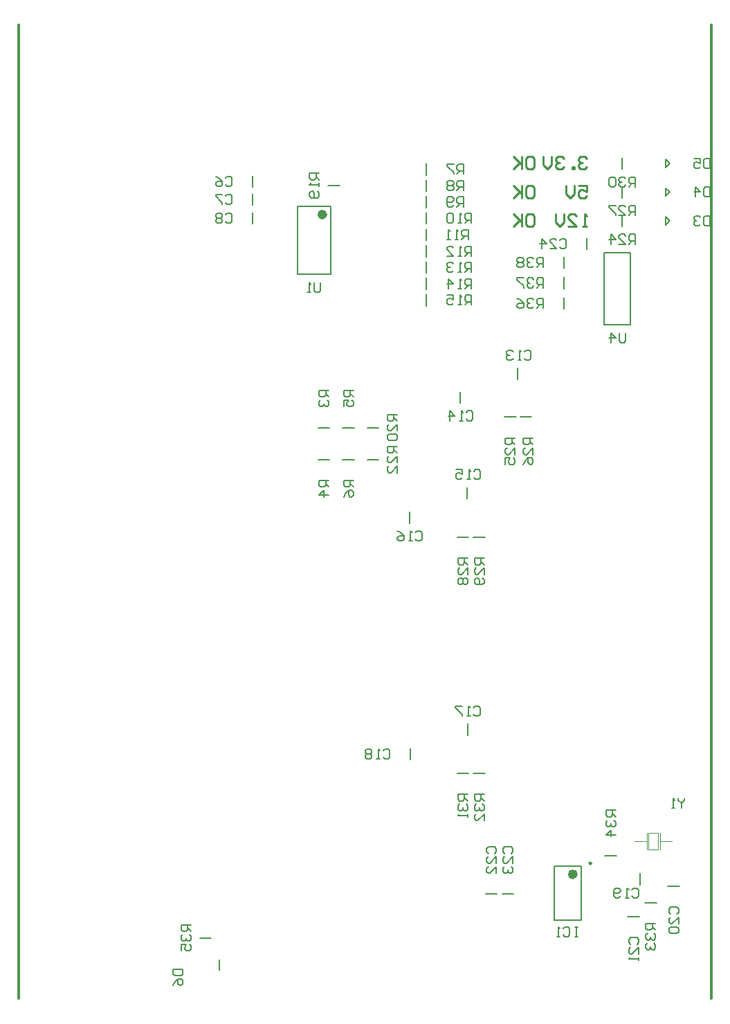
<source format=gbo>
G04 Layer_Color=32896*
%FSLAX44Y44*%
%MOMM*%
G71*
G01*
G75*
%ADD30C,0.3000*%
%ADD46C,0.2000*%
%ADD47C,0.2540*%
%ADD52C,0.1000*%
%ADD100C,0.6000*%
%ADD101C,0.2500*%
D30*
X880150Y5000D02*
Y1195000D01*
X32450Y5000D02*
Y1195000D01*
D46*
X728000Y921000D02*
Y935000D01*
X781000Y829000D02*
Y917000D01*
X749000Y829000D02*
Y917000D01*
X781000D01*
X749000Y829000D02*
X781000D01*
X700000Y848000D02*
Y862000D01*
Y873000D02*
Y887000D01*
Y898000D02*
Y912000D01*
X799000Y122000D02*
X813000D01*
X582000Y327000D02*
Y341000D01*
X643000Y762000D02*
Y776000D01*
X511000Y586000D02*
Y600000D01*
X581000Y616000D02*
Y630000D01*
X512000Y297000D02*
Y311000D01*
X319000Y997000D02*
Y1011000D01*
Y975000D02*
Y989000D01*
Y952000D02*
Y966000D01*
X604000Y132750D02*
X618000D01*
X624000D02*
X638000D01*
X627000Y716000D02*
X641000D01*
X646000D02*
X660000D01*
X569000Y569000D02*
X583000D01*
X589000D02*
X603000D01*
X569000Y280000D02*
X583000D01*
X589000D02*
X603000D01*
X459000Y703000D02*
X473000D01*
X531000Y1012000D02*
Y1026000D01*
Y992000D02*
Y1006000D01*
Y972000D02*
Y986000D01*
Y952000D02*
Y966000D01*
Y932000D02*
Y946000D01*
Y912000D02*
Y926000D01*
Y892000D02*
Y906000D01*
Y872000D02*
Y886000D01*
Y852000D02*
Y866000D01*
X411000Y999000D02*
X425000D01*
X374000Y890500D02*
X414000D01*
X374000Y973500D02*
X414000D01*
X374000Y890500D02*
Y973500D01*
X414000Y890500D02*
Y973500D01*
X254000Y79000D02*
X268000D01*
X399000Y703000D02*
X413000D01*
X399000Y664000D02*
X413000D01*
X429000Y703000D02*
X443000D01*
X429000Y664000D02*
X443000D01*
X278000Y40000D02*
Y52000D01*
X573000Y733000D02*
Y747000D01*
X459000Y664000D02*
X473000D01*
X687500Y100750D02*
X720500D01*
X687500Y166750D02*
X720500D01*
X687500Y100750D02*
Y166750D01*
X720500Y100750D02*
Y166750D01*
X827000Y142000D02*
X841000D01*
X793000Y144000D02*
Y158000D01*
X778000Y104750D02*
X792000D01*
X771000Y984000D02*
Y998000D01*
Y1019000D02*
Y1033000D01*
Y949000D02*
Y963000D01*
X824000Y986000D02*
X829000Y991000D01*
X824000Y996000D02*
X829000Y991000D01*
X824000Y986000D02*
Y996000D01*
Y951000D02*
X829000Y956000D01*
X824000Y961000D02*
X829000Y956000D01*
X824000Y951000D02*
Y961000D01*
Y1021000D02*
X829000Y1026000D01*
X824000Y1031000D02*
X829000Y1026000D01*
X824000Y1021000D02*
Y1031000D01*
X750000Y179750D02*
X764000D01*
X694405Y932017D02*
X696404Y934016D01*
X700403D01*
X702402Y932017D01*
Y924020D01*
X700403Y922020D01*
X696404D01*
X694405Y924020D01*
X682409Y922020D02*
X690406D01*
X682409Y930018D01*
Y932017D01*
X684408Y934016D01*
X688407D01*
X690406Y932017D01*
X672412Y922020D02*
Y934016D01*
X678410Y928018D01*
X670413D01*
X775046Y818954D02*
Y808958D01*
X773047Y806958D01*
X769048D01*
X767049Y808958D01*
Y818954D01*
X757052Y806958D02*
Y818954D01*
X763050Y812956D01*
X755053D01*
X674462Y898906D02*
Y910902D01*
X668464D01*
X666465Y908903D01*
Y904904D01*
X668464Y902905D01*
X674462D01*
X670464D02*
X666465Y898906D01*
X662466Y908903D02*
X660467Y910902D01*
X656468D01*
X654469Y908903D01*
Y906904D01*
X656468Y904904D01*
X658467D01*
X656468D01*
X654469Y902905D01*
Y900906D01*
X656468Y898906D01*
X660467D01*
X662466Y900906D01*
X650470Y908903D02*
X648471Y910902D01*
X644472D01*
X642473Y908903D01*
Y906904D01*
X644472Y904904D01*
X642473Y902905D01*
Y900906D01*
X644472Y898906D01*
X648471D01*
X650470Y900906D01*
Y902905D01*
X648471Y904904D01*
X650470Y906904D01*
Y908903D01*
X648471Y904904D02*
X644472D01*
X674462Y874014D02*
Y886010D01*
X668464D01*
X666465Y884011D01*
Y880012D01*
X668464Y878013D01*
X674462D01*
X670464D02*
X666465Y874014D01*
X662466Y884011D02*
X660467Y886010D01*
X656468D01*
X654469Y884011D01*
Y882012D01*
X656468Y880012D01*
X658467D01*
X656468D01*
X654469Y878013D01*
Y876014D01*
X656468Y874014D01*
X660467D01*
X662466Y876014D01*
X650470Y886010D02*
X642473D01*
Y884011D01*
X650470Y876014D01*
Y874014D01*
X674462Y849122D02*
Y861118D01*
X668464D01*
X666465Y859119D01*
Y855120D01*
X668464Y853121D01*
X674462D01*
X670464D02*
X666465Y849122D01*
X662466Y859119D02*
X660467Y861118D01*
X656468D01*
X654469Y859119D01*
Y857120D01*
X656468Y855120D01*
X658467D01*
X656468D01*
X654469Y853121D01*
Y851122D01*
X656468Y849122D01*
X660467D01*
X662466Y851122D01*
X642473Y861118D02*
X646471Y859119D01*
X650470Y855120D01*
Y851122D01*
X648471Y849122D01*
X644472D01*
X642473Y851122D01*
Y853121D01*
X644472Y855120D01*
X650470D01*
X847436Y249486D02*
Y247487D01*
X843438Y243488D01*
X839439Y247487D01*
Y249486D01*
X843438Y243488D02*
Y237490D01*
X835440D02*
X831441D01*
X833441D01*
Y249486D01*
X835440Y247487D01*
X783003Y137997D02*
X785002Y139996D01*
X789001D01*
X791000Y137997D01*
Y129999D01*
X789001Y128000D01*
X785002D01*
X783003Y129999D01*
X779004Y128000D02*
X775005D01*
X777004D01*
Y139996D01*
X779004Y137997D01*
X769007Y129999D02*
X767008Y128000D01*
X763009D01*
X761010Y129999D01*
Y137997D01*
X763009Y139996D01*
X767008D01*
X769007Y137997D01*
Y135997D01*
X767008Y133998D01*
X761010D01*
X830073Y108335D02*
X828074Y110334D01*
Y114333D01*
X830073Y116332D01*
X838071D01*
X840070Y114333D01*
Y110334D01*
X838071Y108335D01*
X840070Y96339D02*
Y104336D01*
X832073Y96339D01*
X830073D01*
X828074Y98338D01*
Y102337D01*
X830073Y104336D01*
Y92340D02*
X828074Y90341D01*
Y86342D01*
X830073Y84343D01*
X838071D01*
X840070Y86342D01*
Y90341D01*
X838071Y92340D01*
X830073D01*
X221522Y40894D02*
X233518D01*
Y34896D01*
X231519Y32897D01*
X223521D01*
X221522Y34896D01*
Y40894D01*
Y20901D02*
X223521Y24899D01*
X227520Y28898D01*
X231519D01*
X233518Y26899D01*
Y22900D01*
X231519Y20901D01*
X229520D01*
X227520Y22900D01*
Y28898D01*
X442052Y638302D02*
X430056D01*
Y632304D01*
X432056Y630305D01*
X436054D01*
X438054Y632304D01*
Y638302D01*
Y634304D02*
X442052Y630305D01*
X430056Y618309D02*
X432056Y622307D01*
X436054Y626306D01*
X440053D01*
X442052Y624307D01*
Y620308D01*
X440053Y618309D01*
X438054D01*
X436054Y620308D01*
Y626306D01*
X442052Y748538D02*
X430056D01*
Y742540D01*
X432056Y740541D01*
X436054D01*
X438054Y742540D01*
Y748538D01*
Y744540D02*
X442052Y740541D01*
X430056Y728545D02*
Y736542D01*
X436054D01*
X434055Y732543D01*
Y730544D01*
X436054Y728545D01*
X440053D01*
X442052Y730544D01*
Y734543D01*
X440053Y736542D01*
X412080Y638302D02*
X400084D01*
Y632304D01*
X402084Y630305D01*
X406082D01*
X408082Y632304D01*
Y638302D01*
Y634304D02*
X412080Y630305D01*
Y620308D02*
X400084D01*
X406082Y626306D01*
Y618309D01*
X412080Y748538D02*
X400084D01*
Y742540D01*
X402084Y740541D01*
X406082D01*
X408082Y742540D01*
Y748538D01*
Y744540D02*
X412080Y740541D01*
X402084Y736542D02*
X400084Y734543D01*
Y730544D01*
X402084Y728545D01*
X404083D01*
X406082Y730544D01*
Y732543D01*
Y730544D01*
X408082Y728545D01*
X410081D01*
X412080Y730544D01*
Y734543D01*
X410081Y736542D01*
X243424Y94996D02*
X231428D01*
Y88998D01*
X233428Y86999D01*
X237426D01*
X239426Y88998D01*
Y94996D01*
Y90998D02*
X243424Y86999D01*
X233428Y83000D02*
X231428Y81001D01*
Y77002D01*
X233428Y75003D01*
X235427D01*
X237426Y77002D01*
Y79001D01*
Y77002D01*
X239426Y75003D01*
X241425D01*
X243424Y77002D01*
Y81001D01*
X241425Y83000D01*
X231428Y63007D02*
Y71004D01*
X237426D01*
X235427Y67005D01*
Y65006D01*
X237426Y63007D01*
X241425D01*
X243424Y65006D01*
Y69005D01*
X241425Y71004D01*
X716880Y92514D02*
X712882D01*
X714881D01*
Y80518D01*
X716880D01*
X712882D01*
X698886Y90515D02*
X700885Y92514D01*
X704884D01*
X706883Y90515D01*
Y82518D01*
X704884Y80518D01*
X700885D01*
X698886Y82518D01*
X694887Y80518D02*
X690889D01*
X692888D01*
Y92514D01*
X694887Y90515D01*
X401920Y880168D02*
Y870172D01*
X399921Y868172D01*
X395922D01*
X393923Y870172D01*
Y880168D01*
X389924Y868172D02*
X385925D01*
X387925D01*
Y880168D01*
X389924Y878169D01*
X763000Y235000D02*
X751004D01*
Y229002D01*
X753003Y227003D01*
X757002D01*
X759001Y229002D01*
Y235000D01*
Y231001D02*
X763000Y227003D01*
X753003Y223004D02*
X751004Y221005D01*
Y217006D01*
X753003Y215007D01*
X755003D01*
X757002Y217006D01*
Y219005D01*
Y217006D01*
X759001Y215007D01*
X761001D01*
X763000Y217006D01*
Y221005D01*
X761001Y223004D01*
X763000Y205010D02*
X751004D01*
X757002Y211008D01*
Y203010D01*
X495646Y679958D02*
X483650D01*
Y673960D01*
X485649Y671961D01*
X489648D01*
X491648Y673960D01*
Y679958D01*
Y675960D02*
X495646Y671961D01*
Y659965D02*
Y667962D01*
X487649Y659965D01*
X485649D01*
X483650Y661964D01*
Y665963D01*
X485649Y667962D01*
X495646Y647969D02*
Y655966D01*
X487649Y647969D01*
X485649D01*
X483650Y649968D01*
Y653967D01*
X485649Y655966D01*
X400396Y1013968D02*
X388400D01*
Y1007970D01*
X390400Y1005971D01*
X394398D01*
X396398Y1007970D01*
Y1013968D01*
Y1009970D02*
X400396Y1005971D01*
Y1001972D02*
Y997973D01*
Y999973D01*
X388400D01*
X390400Y1001972D01*
X398397Y991975D02*
X400396Y989976D01*
Y985977D01*
X398397Y983978D01*
X390400D01*
X388400Y985977D01*
Y989976D01*
X390400Y991975D01*
X392399D01*
X394398Y989976D01*
Y983978D01*
X586578Y852932D02*
Y864928D01*
X580580D01*
X578581Y862929D01*
Y858930D01*
X580580Y856931D01*
X586578D01*
X582580D02*
X578581Y852932D01*
X574582D02*
X570583D01*
X572583D01*
Y864928D01*
X574582Y862929D01*
X556588Y864928D02*
X564585D01*
Y858930D01*
X560587Y860930D01*
X558587D01*
X556588Y858930D01*
Y854932D01*
X558587Y852932D01*
X562586D01*
X564585Y854932D01*
X586578Y872998D02*
Y884994D01*
X580580D01*
X578581Y882995D01*
Y878996D01*
X580580Y876997D01*
X586578D01*
X582580D02*
X578581Y872998D01*
X574582D02*
X570583D01*
X572583D01*
Y884994D01*
X574582Y882995D01*
X558587Y872998D02*
Y884994D01*
X564585Y878996D01*
X556588D01*
X586578Y893064D02*
Y905060D01*
X580580D01*
X578581Y903061D01*
Y899062D01*
X580580Y897063D01*
X586578D01*
X582580D02*
X578581Y893064D01*
X574582D02*
X570583D01*
X572583D01*
Y905060D01*
X574582Y903061D01*
X564585D02*
X562586Y905060D01*
X558587D01*
X556588Y903061D01*
Y901062D01*
X558587Y899062D01*
X560587D01*
X558587D01*
X556588Y897063D01*
Y895064D01*
X558587Y893064D01*
X562586D01*
X564585Y895064D01*
X586578Y912876D02*
Y924872D01*
X580580D01*
X578581Y922873D01*
Y918874D01*
X580580Y916875D01*
X586578D01*
X582580D02*
X578581Y912876D01*
X574582D02*
X570583D01*
X572583D01*
Y924872D01*
X574582Y922873D01*
X556588Y912876D02*
X564585D01*
X556588Y920874D01*
Y922873D01*
X558587Y924872D01*
X562586D01*
X564585Y922873D01*
X582514Y932942D02*
Y944938D01*
X576516D01*
X574517Y942939D01*
Y938940D01*
X576516Y936941D01*
X582514D01*
X578516D02*
X574517Y932942D01*
X570518D02*
X566519D01*
X568519D01*
Y944938D01*
X570518Y942939D01*
X560521Y932942D02*
X556523D01*
X558522D01*
Y944938D01*
X560521Y942939D01*
X586578Y953008D02*
Y965004D01*
X580580D01*
X578581Y963005D01*
Y959006D01*
X580580Y957007D01*
X586578D01*
X582580D02*
X578581Y953008D01*
X574582D02*
X570583D01*
X572583D01*
Y965004D01*
X574582Y963005D01*
X564585D02*
X562586Y965004D01*
X558587D01*
X556588Y963005D01*
Y955008D01*
X558587Y953008D01*
X562586D01*
X564585Y955008D01*
Y963005D01*
X576672Y973074D02*
Y985070D01*
X570674D01*
X568675Y983071D01*
Y979072D01*
X570674Y977073D01*
X576672D01*
X572674D02*
X568675Y973074D01*
X564676Y975074D02*
X562677Y973074D01*
X558678D01*
X556679Y975074D01*
Y983071D01*
X558678Y985070D01*
X562677D01*
X564676Y983071D01*
Y981072D01*
X562677Y979072D01*
X556679D01*
X576672Y992886D02*
Y1004882D01*
X570674D01*
X568675Y1002883D01*
Y998884D01*
X570674Y996885D01*
X576672D01*
X572674D02*
X568675Y992886D01*
X564676Y1002883D02*
X562677Y1004882D01*
X558678D01*
X556679Y1002883D01*
Y1000884D01*
X558678Y998884D01*
X556679Y996885D01*
Y994886D01*
X558678Y992886D01*
X562677D01*
X564676Y994886D01*
Y996885D01*
X562677Y998884D01*
X564676Y1000884D01*
Y1002883D01*
X562677Y998884D02*
X558678D01*
X576672Y1012952D02*
Y1024948D01*
X570674D01*
X568675Y1022949D01*
Y1018950D01*
X570674Y1016951D01*
X576672D01*
X572674D02*
X568675Y1012952D01*
X564676Y1024948D02*
X556679D01*
Y1022949D01*
X564676Y1014952D01*
Y1012952D01*
X495646Y719074D02*
X483650D01*
Y713076D01*
X485649Y711077D01*
X489648D01*
X491648Y713076D01*
Y719074D01*
Y715076D02*
X495646Y711077D01*
Y699081D02*
Y707078D01*
X487649Y699081D01*
X485649D01*
X483650Y701080D01*
Y705079D01*
X485649Y707078D01*
Y695082D02*
X483650Y693083D01*
Y689084D01*
X485649Y687085D01*
X493647D01*
X495646Y689084D01*
Y693083D01*
X493647Y695082D01*
X485649D01*
X602072Y254508D02*
X590076D01*
Y248510D01*
X592076Y246511D01*
X596074D01*
X598074Y248510D01*
Y254508D01*
Y250510D02*
X602072Y246511D01*
X592076Y242512D02*
X590076Y240513D01*
Y236514D01*
X592076Y234515D01*
X594075D01*
X596074Y236514D01*
Y238513D01*
Y236514D01*
X598074Y234515D01*
X600073D01*
X602072Y236514D01*
Y240513D01*
X600073Y242512D01*
X602072Y222519D02*
Y230516D01*
X594075Y222519D01*
X592076D01*
X590076Y224518D01*
Y228517D01*
X592076Y230516D01*
X582006Y254508D02*
X570010D01*
Y248510D01*
X572010Y246511D01*
X576008D01*
X578008Y248510D01*
Y254508D01*
Y250510D02*
X582006Y246511D01*
X572010Y242512D02*
X570010Y240513D01*
Y236514D01*
X572010Y234515D01*
X574009D01*
X576008Y236514D01*
Y238513D01*
Y236514D01*
X578008Y234515D01*
X580007D01*
X582006Y236514D01*
Y240513D01*
X580007Y242512D01*
X582006Y230516D02*
Y226517D01*
Y228517D01*
X570010D01*
X572010Y230516D01*
X602072Y543306D02*
X590076D01*
Y537308D01*
X592076Y535309D01*
X596074D01*
X598074Y537308D01*
Y543306D01*
Y539308D02*
X602072Y535309D01*
Y523313D02*
Y531310D01*
X594075Y523313D01*
X592076D01*
X590076Y525312D01*
Y529311D01*
X592076Y531310D01*
X600073Y519314D02*
X602072Y517315D01*
Y513316D01*
X600073Y511317D01*
X592076D01*
X590076Y513316D01*
Y517315D01*
X592076Y519314D01*
X594075D01*
X596074Y517315D01*
Y511317D01*
X582006Y543306D02*
X570010D01*
Y537308D01*
X572010Y535309D01*
X576008D01*
X578008Y537308D01*
Y543306D01*
Y539308D02*
X582006Y535309D01*
Y523313D02*
Y531310D01*
X574009Y523313D01*
X572010D01*
X570010Y525312D01*
Y529311D01*
X572010Y531310D01*
Y519314D02*
X570010Y517315D01*
Y513316D01*
X572010Y511317D01*
X574009D01*
X576008Y513316D01*
X578008Y511317D01*
X580007D01*
X582006Y513316D01*
Y517315D01*
X580007Y519314D01*
X578008D01*
X576008Y517315D01*
X574009Y519314D01*
X572010D01*
X576008Y517315D02*
Y513316D01*
X662000Y690000D02*
X650004D01*
Y684002D01*
X652003Y682003D01*
X656002D01*
X658001Y684002D01*
Y690000D01*
Y686001D02*
X662000Y682003D01*
Y670007D02*
Y678004D01*
X654003Y670007D01*
X652003D01*
X650004Y672006D01*
Y676005D01*
X652003Y678004D01*
X650004Y658010D02*
X652003Y662009D01*
X656002Y666008D01*
X660001D01*
X662000Y664008D01*
Y660010D01*
X660001Y658010D01*
X658001D01*
X656002Y660010D01*
Y666008D01*
X640000Y690000D02*
X628004D01*
Y684002D01*
X630003Y682003D01*
X634002D01*
X636001Y684002D01*
Y690000D01*
Y686001D02*
X640000Y682003D01*
Y670007D02*
Y678004D01*
X632003Y670007D01*
X630003D01*
X628004Y672006D01*
Y676005D01*
X630003Y678004D01*
X628004Y658010D02*
Y666008D01*
X634002D01*
X632003Y662009D01*
Y660010D01*
X634002Y658010D01*
X638001D01*
X640000Y660010D01*
Y664008D01*
X638001Y666008D01*
X627127Y182249D02*
X625128Y184248D01*
Y188247D01*
X627127Y190246D01*
X635125D01*
X637124Y188247D01*
Y184248D01*
X635125Y182249D01*
X637124Y170253D02*
Y178250D01*
X629127Y170253D01*
X627127D01*
X625128Y172252D01*
Y176251D01*
X627127Y178250D01*
Y166254D02*
X625128Y164255D01*
Y160256D01*
X627127Y158257D01*
X629127D01*
X631126Y160256D01*
Y162255D01*
Y160256D01*
X633126Y158257D01*
X635125D01*
X637124Y160256D01*
Y164255D01*
X635125Y166254D01*
X607062Y182249D02*
X605062Y184248D01*
Y188247D01*
X607062Y190246D01*
X615059D01*
X617058Y188247D01*
Y184248D01*
X615059Y182249D01*
X617058Y170253D02*
Y178250D01*
X609061Y170253D01*
X607062D01*
X605062Y172252D01*
Y176251D01*
X607062Y178250D01*
X617058Y158257D02*
Y166254D01*
X609061Y158257D01*
X607062D01*
X605062Y160256D01*
Y164255D01*
X607062Y166254D01*
X781051Y71251D02*
X779052Y73250D01*
Y77249D01*
X781051Y79248D01*
X789049D01*
X791048Y77249D01*
Y73250D01*
X789049Y71251D01*
X791048Y59255D02*
Y67252D01*
X783051Y59255D01*
X781051D01*
X779052Y61254D01*
Y65253D01*
X781051Y67252D01*
X791048Y55256D02*
Y51257D01*
Y53257D01*
X779052D01*
X781051Y55256D01*
X285465Y963005D02*
X287464Y965004D01*
X291463D01*
X293462Y963005D01*
Y955008D01*
X291463Y953008D01*
X287464D01*
X285465Y955008D01*
X281466Y963005D02*
X279467Y965004D01*
X275468D01*
X273469Y963005D01*
Y961006D01*
X275468Y959006D01*
X273469Y957007D01*
Y955008D01*
X275468Y953008D01*
X279467D01*
X281466Y955008D01*
Y957007D01*
X279467Y959006D01*
X281466Y961006D01*
Y963005D01*
X279467Y959006D02*
X275468D01*
X285465Y986119D02*
X287464Y988118D01*
X291463D01*
X293462Y986119D01*
Y978122D01*
X291463Y976122D01*
X287464D01*
X285465Y978122D01*
X281466Y988118D02*
X273469D01*
Y986119D01*
X281466Y978122D01*
Y976122D01*
X285465Y1007963D02*
X287464Y1009962D01*
X291463D01*
X293462Y1007963D01*
Y999966D01*
X291463Y997966D01*
X287464D01*
X285465Y999966D01*
X273469Y1009962D02*
X277467Y1007963D01*
X281466Y1003964D01*
Y999966D01*
X279467Y997966D01*
X275468D01*
X273469Y999966D01*
Y1001965D01*
X275468Y1003964D01*
X281466D01*
X478505Y307939D02*
X480504Y309938D01*
X484503D01*
X486502Y307939D01*
Y299942D01*
X484503Y297942D01*
X480504D01*
X478505Y299942D01*
X474506Y297942D02*
X470507D01*
X472507D01*
Y309938D01*
X474506Y307939D01*
X464509D02*
X462510Y309938D01*
X458511D01*
X456512Y307939D01*
Y305940D01*
X458511Y303940D01*
X456512Y301941D01*
Y299942D01*
X458511Y297942D01*
X462510D01*
X464509Y299942D01*
Y301941D01*
X462510Y303940D01*
X464509Y305940D01*
Y307939D01*
X462510Y303940D02*
X458511D01*
X589503Y649569D02*
X591502Y651568D01*
X595501D01*
X597500Y649569D01*
Y641572D01*
X595501Y639572D01*
X591502D01*
X589503Y641572D01*
X585504Y639572D02*
X581505D01*
X583505D01*
Y651568D01*
X585504Y649569D01*
X567510Y651568D02*
X575507D01*
Y645570D01*
X571509Y647570D01*
X569509D01*
X567510Y645570D01*
Y641572D01*
X569509Y639572D01*
X573508D01*
X575507Y641572D01*
X517875Y574385D02*
X519874Y576384D01*
X523873D01*
X525872Y574385D01*
Y566388D01*
X523873Y564388D01*
X519874D01*
X517875Y566388D01*
X513876Y564388D02*
X509877D01*
X511877D01*
Y576384D01*
X513876Y574385D01*
X495882Y576384D02*
X499881Y574385D01*
X503879Y570386D01*
Y566388D01*
X501880Y564388D01*
X497881D01*
X495882Y566388D01*
Y568387D01*
X497881Y570386D01*
X503879D01*
X651479Y795619D02*
X653478Y797618D01*
X657477D01*
X659476Y795619D01*
Y787622D01*
X657477Y785622D01*
X653478D01*
X651479Y787622D01*
X647480Y785622D02*
X643481D01*
X645481D01*
Y797618D01*
X647480Y795619D01*
X637483D02*
X635484Y797618D01*
X631485D01*
X629486Y795619D01*
Y793620D01*
X631485Y791620D01*
X633485D01*
X631485D01*
X629486Y789621D01*
Y787622D01*
X631485Y785622D01*
X635484D01*
X637483Y787622D01*
X580105Y721451D02*
X582104Y723450D01*
X586103D01*
X588102Y721451D01*
Y713454D01*
X586103Y711454D01*
X582104D01*
X580105Y713454D01*
X576106Y711454D02*
X572107D01*
X574107D01*
Y723450D01*
X576106Y721451D01*
X560111Y711454D02*
Y723450D01*
X566109Y717452D01*
X558112D01*
X588995Y360517D02*
X590994Y362516D01*
X594993D01*
X596992Y360517D01*
Y352520D01*
X594993Y350520D01*
X590994D01*
X588995Y352520D01*
X584996Y350520D02*
X580997D01*
X582997D01*
Y362516D01*
X584996Y360517D01*
X574999Y362516D02*
X567002D01*
Y360517D01*
X574999Y352520D01*
Y350520D01*
X811876Y96520D02*
X799880D01*
Y90522D01*
X801880Y88523D01*
X805878D01*
X807878Y90522D01*
Y96520D01*
Y92522D02*
X811876Y88523D01*
X801880Y84524D02*
X799880Y82525D01*
Y78526D01*
X801880Y76527D01*
X803879D01*
X805878Y78526D01*
Y80525D01*
Y78526D01*
X807878Y76527D01*
X809877D01*
X811876Y78526D01*
Y82525D01*
X809877Y84524D01*
X801880Y72528D02*
X799880Y70529D01*
Y66530D01*
X801880Y64531D01*
X803879D01*
X805878Y66530D01*
Y68529D01*
Y66530D01*
X807878Y64531D01*
X809877D01*
X811876Y66530D01*
Y70529D01*
X809877Y72528D01*
X878678Y961956D02*
Y949960D01*
X872680D01*
X870681Y951960D01*
Y959957D01*
X872680Y961956D01*
X878678D01*
X866682Y959957D02*
X864683Y961956D01*
X860684D01*
X858685Y959957D01*
Y957958D01*
X860684Y955958D01*
X862683D01*
X860684D01*
X858685Y953959D01*
Y951960D01*
X860684Y949960D01*
X864683D01*
X866682Y951960D01*
X878678Y1032060D02*
Y1020064D01*
X872680D01*
X870681Y1022064D01*
Y1030061D01*
X872680Y1032060D01*
X878678D01*
X858685D02*
X866682D01*
Y1026062D01*
X862683Y1028062D01*
X860684D01*
X858685Y1026062D01*
Y1022064D01*
X860684Y1020064D01*
X864683D01*
X866682Y1022064D01*
X878678Y997008D02*
Y985012D01*
X872680D01*
X870681Y987012D01*
Y995009D01*
X872680Y997008D01*
X878678D01*
X860684Y985012D02*
Y997008D01*
X866682Y991010D01*
X858685D01*
X786984Y927354D02*
Y939350D01*
X780986D01*
X778987Y937351D01*
Y933352D01*
X780986Y931353D01*
X786984D01*
X782986D02*
X778987Y927354D01*
X766991D02*
X774988D01*
X766991Y935352D01*
Y937351D01*
X768990Y939350D01*
X772989D01*
X774988Y937351D01*
X756994Y927354D02*
Y939350D01*
X762992Y933352D01*
X754995D01*
X786984Y962406D02*
Y974402D01*
X780986D01*
X778987Y972403D01*
Y968404D01*
X780986Y966405D01*
X786984D01*
X782986D02*
X778987Y962406D01*
X766991D02*
X774988D01*
X766991Y970404D01*
Y972403D01*
X768990Y974402D01*
X772989D01*
X774988Y972403D01*
X762992Y974402D02*
X754995D01*
Y972403D01*
X762992Y964406D01*
Y962406D01*
X786984Y997458D02*
Y1009454D01*
X780986D01*
X778987Y1007455D01*
Y1003456D01*
X780986Y1001457D01*
X786984D01*
X782986D02*
X778987Y997458D01*
X774988Y1007455D02*
X772989Y1009454D01*
X768990D01*
X766991Y1007455D01*
Y1005456D01*
X768990Y1003456D01*
X770989D01*
X768990D01*
X766991Y1001457D01*
Y999458D01*
X768990Y997458D01*
X772989D01*
X774988Y999458D01*
X762992Y1007455D02*
X760993Y1009454D01*
X756994D01*
X754995Y1007455D01*
Y999458D01*
X756994Y997458D01*
X760993D01*
X762992Y999458D01*
Y1007455D01*
D47*
X728000Y1031696D02*
X725461Y1034235D01*
X720383D01*
X717843Y1031696D01*
Y1029157D01*
X720383Y1026618D01*
X722922D01*
X720383D01*
X717843Y1024078D01*
Y1021539D01*
X720383Y1019000D01*
X725461D01*
X728000Y1021539D01*
X712765Y1019000D02*
Y1021539D01*
X710226D01*
Y1019000D01*
X712765D01*
X700069Y1031696D02*
X697530Y1034235D01*
X692451D01*
X689912Y1031696D01*
Y1029157D01*
X692451Y1026618D01*
X694991D01*
X692451D01*
X689912Y1024078D01*
Y1021539D01*
X692451Y1019000D01*
X697530D01*
X700069Y1021539D01*
X684834Y1034235D02*
Y1024078D01*
X679756Y1019000D01*
X674677Y1024078D01*
Y1034235D01*
X717843Y999235D02*
X728000D01*
Y991618D01*
X722922Y994157D01*
X720383D01*
X717843Y991618D01*
Y986539D01*
X720383Y984000D01*
X725461D01*
X728000Y986539D01*
X712765Y999235D02*
Y989078D01*
X707687Y984000D01*
X702608Y989078D01*
Y999235D01*
X728000Y949000D02*
X722922D01*
X725461D01*
Y964235D01*
X728000Y961696D01*
X705147Y949000D02*
X715304D01*
X705147Y959157D01*
Y961696D01*
X707687Y964235D01*
X712765D01*
X715304Y961696D01*
X700069Y964235D02*
Y954078D01*
X694991Y949000D01*
X689912Y954078D01*
Y964235D01*
X655383Y1034235D02*
X660461D01*
X663000Y1031696D01*
Y1021539D01*
X660461Y1019000D01*
X655383D01*
X652843Y1021539D01*
Y1031696D01*
X655383Y1034235D01*
X647765D02*
Y1019000D01*
Y1024078D01*
X637608Y1034235D01*
X645226Y1026618D01*
X637608Y1019000D01*
X655383Y999235D02*
X660461D01*
X663000Y996696D01*
Y986539D01*
X660461Y984000D01*
X655383D01*
X652843Y986539D01*
Y996696D01*
X655383Y999235D01*
X647765D02*
Y984000D01*
Y989078D01*
X637608Y999235D01*
X645226Y991618D01*
X637608Y984000D01*
X655383Y964235D02*
X660461D01*
X663000Y961696D01*
Y951539D01*
X660461Y949000D01*
X655383D01*
X652843Y951539D01*
Y961696D01*
X655383Y964235D01*
X647765D02*
Y949000D01*
Y954078D01*
X637608Y964235D01*
X645226Y956618D01*
X637608Y949000D01*
D52*
X817000Y197000D02*
X832000D01*
X817000Y187000D02*
Y207000D01*
X803000D02*
X815000D01*
X803000Y187000D02*
Y207000D01*
Y187000D02*
X815000D01*
Y207000D01*
X801000Y187000D02*
Y207000D01*
X786000Y197000D02*
X801000D01*
X786000Y197000D02*
Y197000D01*
D100*
X407000Y963500D02*
G03*
X407000Y963500I-3000J0D01*
G01*
X713500Y156750D02*
G03*
X713500Y156750I-3000J0D01*
G01*
D101*
X733250Y170250D02*
G03*
X733250Y170250I-1250J0D01*
G01*
M02*

</source>
